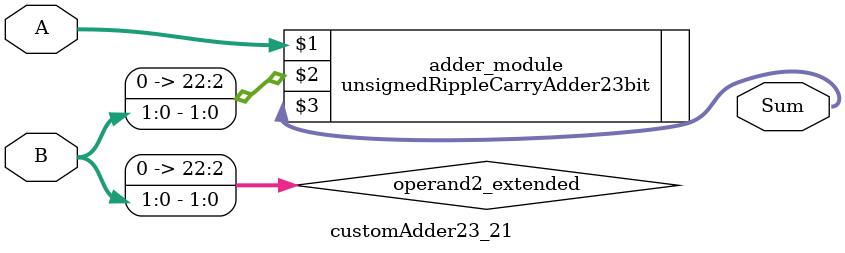
<source format=v>

module customAdder23_21(
                    input [22 : 0] A,
                    input [1 : 0] B,
                    
                    output [23 : 0] Sum
            );

    wire [22 : 0] operand2_extended;
    
    assign operand2_extended =  {21'b0, B};
    
    unsignedRippleCarryAdder23bit adder_module(
        A,
        operand2_extended,
        Sum
    );
    
endmodule
        
</source>
